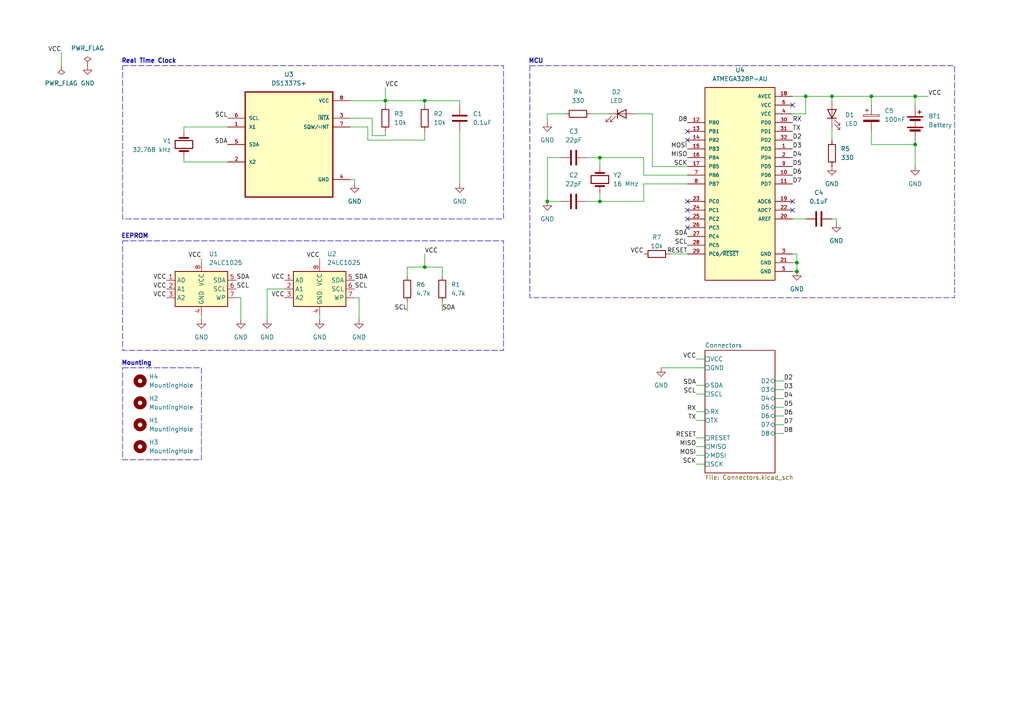
<source format=kicad_sch>
(kicad_sch (version 20250114) (generator "eeschema") (generator_version "9.0")
  (paper "A4")
  (title_block (title "${project_name}") (date "2025-03-10") (rev "1") (company "Krzysztof Tomicki"))
  (lib_symbols
    (symbol "ATMEGA328P-AU:ATMEGA328P-AU" (pin_names (offset 1.016))
      (property "Reference" "U4" (at 0 33.02 0))
      (property "Value" "ATMEGA328P-AU" (at 0 30.48 0))
      (symbol "ATMEGA328P-AU_0_0"
        (rectangle (start -10.16 -27.94) (end 10.16 27.94) (stroke (width 0.254)) (fill (type background)))
        (pin bidirectional line (at -15.24 17.78 0) (length 5.08) (name "PB0") (number "12"))
        (pin bidirectional line (at -15.24 15.24 0) (length 5.08) (name "PB1") (number "13"))
        (pin bidirectional line (at -15.24 12.7 0) (length 5.08) (name "PB2") (number "14"))
        (pin bidirectional line (at -15.24 10.16 0) (length 5.08) (name "PB3") (number "15"))
        (pin bidirectional line (at -15.24 7.62 0) (length 5.08) (name "PB4") (number "16"))
        (pin bidirectional line (at -15.24 5.08 0) (length 5.08) (name "PB5") (number "17"))
        (pin bidirectional line (at -15.24 2.54 0) (length 5.08) (name "PB6") (number "7"))
        (pin bidirectional line (at -15.24 0 0) (length 5.08) (name "PB7") (number "8"))
        (pin bidirectional line (at -15.24 -5.08 0) (length 5.08) (name "PC0") (number "23"))
        (pin bidirectional line (at -15.24 -7.62 0) (length 5.08) (name "PC1") (number "24"))
        (pin bidirectional line (at -15.24 -10.16 0) (length 5.08) (name "PC2") (number "25"))
        (pin bidirectional line (at -15.24 -12.7 0) (length 5.08) (name "PC3") (number "26"))
        (pin bidirectional line (at -15.24 -15.24 0) (length 5.08) (name "PC4") (number "27"))
        (pin bidirectional line (at -15.24 -17.78 0) (length 5.08) (name "PC5") (number "28"))
        (pin bidirectional line (at -15.24 -20.32 0) (length 5.08) (name "PC6/~{RESET}") (number "29"))
        (pin power_in line (at 15.24 25.4 180) (length 5.08) (name "AVCC") (number "18"))
        (pin power_in line (at 15.24 22.86 180) (length 5.08) (name "VCC") (number "6"))
        (pin power_in line (at 15.24 20.32 180) (length 5.08) (name "VCC") (number "4"))
        (pin bidirectional line (at 15.24 17.78 180) (length 5.08) (name "PD0") (number "30"))
        (pin bidirectional line (at 15.24 15.24 180) (length 5.08) (name "PD1") (number "31"))
        (pin bidirectional line (at 15.24 12.7 180) (length 5.08) (name "PD2") (number "32"))
        (pin bidirectional line (at 15.24 10.16 180) (length 5.08) (name "PD3") (number "1"))
        (pin bidirectional line (at 15.24 7.62 180) (length 5.08) (name "PD4") (number "2"))
        (pin bidirectional line (at 15.24 5.08 180) (length 5.08) (name "PD5") (number "9"))
        (pin bidirectional line (at 15.24 2.54 180) (length 5.08) (name "PD6") (number "10"))
        (pin bidirectional line (at 15.24 0 180) (length 5.08) (name "PD7") (number "11"))
        (pin bidirectional line (at 15.24 -5.08 180) (length 5.08) (name "ADC6") (number "19"))
        (pin bidirectional line (at 15.24 -7.62 180) (length 5.08) (name "ADC7") (number "22"))
        (pin input line (at 15.24 -10.16 180) (length 5.08) (name "AREF") (number "20"))
        (pin power_in line (at 15.24 -20.32 180) (length 5.08) (name "GND") (number "3"))
        (pin power_in line (at 15.24 -22.86 180) (length 5.08) (name "GND") (number "21"))
        (pin power_in line (at 15.24 -25.4 180) (length 5.08) (name "GND") (number "5"))
      )
    )
    (symbol "DS1337S_:DS1337S_" (pin_names (offset 1.016))
      (property "Reference" "U" (at -12.7 16.24 0))
      (property "Value" "DS1337S_" (at -12.7 -19.24 0))
      (symbol "DS1337S__0_0"
        (rectangle (start -12.7 -15.24) (end 12.7 15.24) (stroke (width 0.41)) (fill (type background)))
        (pin input line (at -17.78 7.62 0) (length 5.08) (name "SCL") (number "6"))
        (pin input line (at -17.78 5.08 0) (length 5.08) (name "X1") (number "1"))
        (pin bidirectional line (at -17.78 0 0) (length 5.08) (name "SDA") (number "5"))
        (pin bidirectional line (at -17.78 -5.08 0) (length 5.08) (name "X2") (number "2"))
        (pin power_in line (at 17.78 12.7 180) (length 5.08) (name "VCC") (number "8"))
        (pin output line (at 17.78 7.62 180) (length 5.08) (name "~{INTA}") (number "3"))
        (pin output line (at 17.78 5.08 180) (length 5.08) (name "SQW/~INT") (number "7"))
        (pin power_in line (at 17.78 -10.16 180) (length 5.08) (name "GND") (number "4"))
      )
    )
    (symbol "Device:Battery" (pin_numbers (hide yes)) (pin_names (offset 0) (hide yes))
      (property "Reference" "BT" (at 2.54 2.54 0))
      (property "Value" "Battery" (at 2.54 0 0))
      (symbol "Battery_0_1"
        (rectangle (start -2.286 1.778) (end 2.286 1.524) (fill (type outline)))
        (rectangle (start -2.286 -1.27) (end 2.286 -1.524) (fill (type outline)))
        (rectangle (start -1.524 1.016) (end 1.524 0.508) (fill (type outline)))
        (rectangle (start -1.524 -2.032) (end 1.524 -2.54) (fill (type outline)))
        (polyline (pts (xy 0 1.778) (xy 0 2.54)))
        (polyline (pts (xy 0 0) (xy 0 0.254)))
        (polyline (pts (xy 0 -0.508) (xy 0 -0.254)))
        (polyline (pts (xy 0 -1.016) (xy 0 -0.762)))
        (polyline (pts (xy 0.762 3.048) (xy 1.778 3.048)) (stroke (width 0.254)))
        (polyline (pts (xy 1.27 3.556) (xy 1.27 2.54)) (stroke (width 0.254)))
      )
      (symbol "Battery_1_1"
        (pin passive line (at 0 5.08 270) (length 2.54) (name "+") (number "1"))
        (pin passive line (at 0 -5.08 90) (length 2.54) (name "-") (number "2"))
      )
    )
    (symbol "Device:C" (pin_numbers (hide yes)) (pin_names (offset 0.254))
      (property "Reference" "C" (at 0.635 2.54 0))
      (property "Value" "C" (at 0.635 -2.54 0))
      (symbol "C_0_1"
        (polyline (pts (xy -2.032 0.762) (xy 2.032 0.762)) (stroke (width 0.508)))
        (polyline (pts (xy -2.032 -0.762) (xy 2.032 -0.762)) (stroke (width 0.508)))
      )
      (symbol "C_1_1"
        (pin passive line (at 0 3.81 270) (length 2.794) (name "~") (number "1"))
        (pin passive line (at 0 -3.81 90) (length 2.794) (name "~") (number "2"))
      )
    )
    (symbol "Device:C_Polarized" (pin_numbers (hide yes)) (pin_names (offset 0.254))
      (property "Reference" "C" (at 0.635 2.54 0))
      (property "Value" "C_Polarized" (at 0.635 -2.54 0))
      (symbol "C_Polarized_0_1"
        (rectangle (start -2.286 0.508) (end 2.286 1.016))
        (polyline (pts (xy -1.778 2.286) (xy -0.762 2.286)))
        (polyline (pts (xy -1.27 2.794) (xy -1.27 1.778)))
        (rectangle (start 2.286 -0.508) (end -2.286 -1.016) (fill (type outline)))
      )
      (symbol "C_Polarized_1_1"
        (pin passive line (at 0 3.81 270) (length 2.794) (name "~") (number "1"))
        (pin passive line (at 0 -3.81 90) (length 2.794) (name "~") (number "2"))
      )
    )
    (symbol "Device:Crystal" (pin_numbers (hide yes)) (pin_names (offset 1.016) (hide yes))
      (property "Reference" "Y" (at 0 3.81 0))
      (property "Value" "Crystal" (at 0 -3.81 0))
      (symbol "Crystal_0_1"
        (polyline (pts (xy -2.54 0) (xy -1.905 0)))
        (polyline (pts (xy -1.905 -1.27) (xy -1.905 1.27)) (stroke (width 0.508)))
        (rectangle (start -1.143 2.54) (end 1.143 -2.54) (stroke (width 0.3048)))
        (polyline (pts (xy 1.905 -1.27) (xy 1.905 1.27)) (stroke (width 0.508)))
        (polyline (pts (xy 2.54 0) (xy 1.905 0)))
      )
      (symbol "Crystal_1_1"
        (pin passive line (at -3.81 0 0) (length 1.27) (name "1") (number "1"))
        (pin passive line (at 3.81 0 180) (length 1.27) (name "2") (number "2"))
      )
    )
    (symbol "Device:LED" (pin_numbers (hide yes)) (pin_names (offset 1.016) (hide yes))
      (property "Reference" "D" (at 0 2.54 0))
      (property "Value" "LED" (at 0 -2.54 0))
      (symbol "LED_0_1"
        (polyline (pts (xy -3.048 -0.762) (xy -4.572 -2.286) (xy -3.81 -2.286) (xy -4.572 -2.286) (xy -4.572 -1.524)))
        (polyline (pts (xy -1.778 -0.762) (xy -3.302 -2.286) (xy -2.54 -2.286) (xy -3.302 -2.286) (xy -3.302 -1.524)))
        (polyline (pts (xy -1.27 0) (xy 1.27 0)))
        (polyline (pts (xy -1.27 -1.27) (xy -1.27 1.27)) (stroke (width 0.254)))
        (polyline (pts (xy 1.27 -1.27) (xy 1.27 1.27) (xy -1.27 0) (xy 1.27 -1.27)) (stroke (width 0.254)))
      )
      (symbol "LED_1_1"
        (pin passive line (at -3.81 0 0) (length 2.54) (name "K") (number "1"))
        (pin passive line (at 3.81 0 180) (length 2.54) (name "A") (number "2"))
      )
    )
    (symbol "Device:R" (pin_numbers (hide yes)) (pin_names (offset 0))
      (property "Reference" "R" (at 2.032 0 90))
      (property "Value" "R" (at 0 0 90))
      (symbol "R_0_1"
        (rectangle (start -1.016 -2.54) (end 1.016 2.54) (stroke (width 0.254)))
      )
      (symbol "R_1_1"
        (pin passive line (at 0 3.81 270) (length 1.27) (name "~") (number "1"))
        (pin passive line (at 0 -3.81 90) (length 1.27) (name "~") (number "2"))
      )
    )
    (symbol "Mechanical:MountingHole" (pin_names (offset 1.016)) (exclude_from_sim yes) (in_bom no)
      (property "Reference" "H" (at 0 5.08 0))
      (property "Value" "MountingHole" (at 0 3.175 0))
      (symbol "MountingHole_0_1"
        (circle (center 0 0) (radius 1.27) (stroke (width 1.27)))
      )
    )
    (symbol "Memory_EEPROM:24LC1025"
      (property "Reference" "U" (at -6.35 6.35 0))
      (property "Value" "24LC1025" (at 1.27 6.35 0))
      (symbol "24LC1025_1_1"
        (rectangle (start -7.62 5.08) (end 7.62 -5.08) (stroke (width 0.254)) (fill (type background)))
        (pin input line (at -10.16 2.54 0) (length 2.54) (name "A0") (number "1"))
        (pin input line (at -10.16 0 0) (length 2.54) (name "A1") (number "2"))
        (pin input line (at -10.16 -2.54 0) (length 2.54) (name "A2") (number "3"))
        (pin power_in line (at 0 7.62 270) (length 2.54) (name "VCC") (number "8"))
        (pin power_in line (at 0 -7.62 90) (length 2.54) (name "GND") (number "4"))
        (pin bidirectional line (at 10.16 2.54 180) (length 2.54) (name "SDA") (number "5"))
        (pin input line (at 10.16 0 180) (length 2.54) (name "SCL") (number "6"))
        (pin input line (at 10.16 -2.54 180) (length 2.54) (name "WP") (number "7"))
      )
    )
    (symbol "power:GND" (power) (pin_numbers (hide yes)) (pin_names (offset 0) (hide yes))
      (property "Value" "GND" (at 0 -3.81 0))
      (symbol "GND_0_1"
        (polyline (pts (xy 0 0) (xy 0 -1.27) (xy 1.27 -1.27) (xy 0 -2.54) (xy -1.27 -1.27) (xy 0 -1.27)))
      )
      (symbol "GND_1_1"
        (pin power_in line (at 0 0 270) (length 0) (name "~") (number "1"))
      )
    )
    (symbol "power:PWR_FLAG" (power) (pin_numbers (hide yes)) (pin_names (offset 0) (hide yes))
      (property "Value" "PWR_FLAG" (at 0 3.81 0))
      (symbol "PWR_FLAG_0_0"
        (pin power_out line (at 0 0 90) (length 0) (name "~") (number "1"))
      )
      (symbol "PWR_FLAG_0_1"
        (polyline (pts (xy 0 0) (xy 0 1.27) (xy -1.016 1.905) (xy 0 2.54) (xy 1.016 1.905) (xy 0 1.27)))
      )
    )
  )
  (rectangle (start 35.56 106.68) (end 58.42 133.35) (stroke (width 0) (type dash)))
  (rectangle (start 35.56 69.85) (end 146.05 101.6) (stroke (width 0) (type dash)))
  (rectangle (start 153.67 19.05) (end 276.86 86.36) (stroke (width 0) (type dash)))
  (rectangle (start 35.56 19.05) (end 146.05 63.5) (stroke (width 0) (type dash)))
  (text "Real Time Clock" (at 43.18 17.78 0) (effects (font (size 1.27 1.27) (thickness 0.254) (bold yes))))
  (text "EEPROM" (at 39.116 68.58 0) (effects (font (size 1.27 1.27) (thickness 0.254) (bold yes))))
  (text "MCU" (at 155.448 17.78 0) (effects (font (size 1.27 1.27) (thickness 0.254) (bold yes))))
  (text "Mounting" (at 39.624 105.41 0) (effects (font (size 1.27 1.27) (thickness 0.254) (bold yes))))
  (junction (at 111.76 29.21))
  (junction (at 123.19 77.47))
  (junction (at 173.99 58.42))
  (junction (at 252.73 27.94))
  (junction (at 241.3 27.94))
  (junction (at 173.99 45.72))
  (junction (at 158.75 58.42))
  (junction (at 265.43 27.94))
  (junction (at 265.43 41.91))
  (junction (at 123.19 29.21))
  (junction (at 231.14 78.74))
  (junction (at 233.68 27.94))
  (junction (at 231.14 76.2))
  (no_connect (at 199.39 66.04))
  (no_connect (at 199.39 38.1))
  (no_connect (at 199.39 40.64))
  (no_connect (at 199.39 63.5))
  (no_connect (at 229.87 30.48))
  (no_connect (at 199.39 60.96))
  (no_connect (at 229.87 60.96))
  (no_connect (at 199.39 58.42))
  (no_connect (at 229.87 58.42))
  (wire (pts (xy 201.93 104.14) (xy 204.47 104.14)))
  (wire (pts (xy 128.27 77.47) (xy 128.27 80.01)))
  (wire (pts (xy 201.93 119.38) (xy 204.47 119.38)))
  (wire (pts (xy 229.87 63.5) (xy 233.68 63.5)))
  (wire (pts (xy 92.71 92.71) (xy 92.71 91.44)))
  (wire (pts (xy 265.43 41.91) (xy 265.43 40.64)))
  (wire (pts (xy 133.35 53.34) (xy 133.35 38.1)))
  (wire (pts (xy 111.76 38.1) (xy 111.76 39.37)))
  (wire (pts (xy 227.33 123.19) (xy 224.79 123.19)))
  (wire (pts (xy 106.68 40.64) (xy 106.68 36.83)))
  (wire (pts (xy 199.39 50.8) (xy 186.69 50.8)))
  (wire (pts (xy 128.27 90.17) (xy 128.27 87.63)))
  (wire (pts (xy 102.87 52.07) (xy 102.87 53.34)))
  (wire (pts (xy 242.57 63.5) (xy 242.57 64.77)))
  (wire (pts (xy 111.76 29.21) (xy 111.76 30.48)))
  (wire (pts (xy 123.19 29.21) (xy 133.35 29.21)))
  (wire (pts (xy 201.93 134.62) (xy 204.47 134.62)))
  (wire (pts (xy 106.68 36.83) (xy 101.6 36.83)))
  (wire (pts (xy 68.58 86.36) (xy 69.85 86.36)))
  (wire (pts (xy 58.42 74.93) (xy 58.42 76.2)))
  (wire (pts (xy 229.87 73.66) (xy 231.14 73.66)))
  (wire (pts (xy 201.93 114.3) (xy 204.47 114.3)))
  (wire (pts (xy 186.69 50.8) (xy 186.69 45.72)))
  (wire (pts (xy 111.76 25.4) (xy 111.76 29.21)))
  (wire (pts (xy 229.87 33.02) (xy 233.68 33.02)))
  (wire (pts (xy 162.56 45.72) (xy 158.75 45.72)))
  (wire (pts (xy 227.33 110.49) (xy 224.79 110.49)))
  (wire (pts (xy 227.33 118.11) (xy 224.79 118.11)))
  (wire (pts (xy 66.04 36.83) (xy 53.34 36.83)))
  (wire (pts (xy 163.83 33.02) (xy 158.75 33.02)))
  (wire (pts (xy 231.14 73.66) (xy 231.14 76.2)))
  (wire (pts (xy 252.73 38.1) (xy 252.73 41.91)))
  (wire (pts (xy 227.33 113.03) (xy 224.79 113.03)))
  (wire (pts (xy 233.68 33.02) (xy 233.68 27.94)))
  (wire (pts (xy 77.47 83.82) (xy 82.55 83.82)))
  (wire (pts (xy 53.34 46.99) (xy 66.04 46.99)))
  (wire (pts (xy 111.76 29.21) (xy 123.19 29.21)))
  (wire (pts (xy 173.99 45.72) (xy 173.99 48.26)))
  (wire (pts (xy 269.24 27.94) (xy 265.43 27.94)))
  (wire (pts (xy 111.76 39.37) (xy 107.95 39.37)))
  (wire (pts (xy 53.34 45.72) (xy 53.34 46.99)))
  (wire (pts (xy 241.3 63.5) (xy 242.57 63.5)))
  (wire (pts (xy 252.73 27.94) (xy 252.73 30.48)))
  (wire (pts (xy 101.6 29.21) (xy 111.76 29.21)))
  (wire (pts (xy 229.87 76.2) (xy 231.14 76.2)))
  (wire (pts (xy 194.31 73.66) (xy 199.39 73.66)))
  (wire (pts (xy 201.93 121.92) (xy 204.47 121.92)))
  (wire (pts (xy 229.87 27.94) (xy 233.68 27.94)))
  (wire (pts (xy 53.34 36.83) (xy 53.34 38.1)))
  (wire (pts (xy 123.19 29.21) (xy 123.19 30.48)))
  (wire (pts (xy 201.93 111.76) (xy 204.47 111.76)))
  (wire (pts (xy 107.95 39.37) (xy 107.95 34.29)))
  (wire (pts (xy 252.73 41.91) (xy 265.43 41.91)))
  (wire (pts (xy 77.47 92.71) (xy 77.47 83.82)))
  (wire (pts (xy 189.23 33.02) (xy 184.15 33.02)))
  (wire (pts (xy 191.77 106.68) (xy 204.47 106.68)))
  (wire (pts (xy 227.33 120.65) (xy 224.79 120.65)))
  (wire (pts (xy 173.99 58.42) (xy 173.99 55.88)))
  (wire (pts (xy 17.78 15.24) (xy 17.78 19.05)))
  (wire (pts (xy 92.71 74.93) (xy 92.71 76.2)))
  (wire (pts (xy 171.45 33.02) (xy 176.53 33.02)))
  (wire (pts (xy 227.33 115.57) (xy 224.79 115.57)))
  (wire (pts (xy 189.23 48.26) (xy 199.39 48.26)))
  (wire (pts (xy 201.93 129.54) (xy 204.47 129.54)))
  (wire (pts (xy 227.33 125.73) (xy 224.79 125.73)))
  (wire (pts (xy 118.11 77.47) (xy 123.19 77.47)))
  (wire (pts (xy 101.6 52.07) (xy 102.87 52.07)))
  (wire (pts (xy 123.19 73.66) (xy 123.19 77.47)))
  (wire (pts (xy 201.93 127) (xy 204.47 127)))
  (wire (pts (xy 158.75 58.42) (xy 162.56 58.42)))
  (wire (pts (xy 265.43 27.94) (xy 265.43 30.48)))
  (wire (pts (xy 104.14 92.71) (xy 104.14 86.36)))
  (wire (pts (xy 186.69 58.42) (xy 186.69 53.34)))
  (wire (pts (xy 229.87 78.74) (xy 231.14 78.74)))
  (wire (pts (xy 158.75 45.72) (xy 158.75 58.42)))
  (wire (pts (xy 233.68 27.94) (xy 241.3 27.94)))
  (wire (pts (xy 241.3 27.94) (xy 252.73 27.94)))
  (wire (pts (xy 231.14 76.2) (xy 231.14 78.74)))
  (wire (pts (xy 170.18 45.72) (xy 173.99 45.72)))
  (wire (pts (xy 123.19 40.64) (xy 106.68 40.64)))
  (wire (pts (xy 69.85 86.36) (xy 69.85 92.71)))
  (wire (pts (xy 189.23 33.02) (xy 189.23 48.26)))
  (wire (pts (xy 123.19 38.1) (xy 123.19 40.64)))
  (wire (pts (xy 107.95 34.29) (xy 101.6 34.29)))
  (wire (pts (xy 170.18 58.42) (xy 173.99 58.42)))
  (wire (pts (xy 158.75 33.02) (xy 158.75 35.56)))
  (wire (pts (xy 186.69 45.72) (xy 173.99 45.72)))
  (wire (pts (xy 133.35 29.21) (xy 133.35 30.48)))
  (wire (pts (xy 241.3 36.83) (xy 241.3 40.64)))
  (wire (pts (xy 201.93 132.08) (xy 204.47 132.08)))
  (wire (pts (xy 265.43 41.91) (xy 265.43 48.26)))
  (wire (pts (xy 173.99 58.42) (xy 186.69 58.42)))
  (wire (pts (xy 58.42 92.71) (xy 58.42 91.44)))
  (wire (pts (xy 118.11 90.17) (xy 118.11 87.63)))
  (wire (pts (xy 123.19 77.47) (xy 128.27 77.47)))
  (wire (pts (xy 104.14 86.36) (xy 102.87 86.36)))
  (wire (pts (xy 186.69 53.34) (xy 199.39 53.34)))
  (wire (pts (xy 241.3 27.94) (xy 241.3 29.21)))
  (wire (pts (xy 252.73 27.94) (xy 265.43 27.94)))
  (wire (pts (xy 118.11 80.01) (xy 118.11 77.47)))
  (label "SCK" (at 201.93 134.62 180))
  (label "TX" (at 229.87 38.1 0))
  (label "D6" (at 229.87 50.8 0))
  (label "VCC" (at 48.26 81.28 180))
  (label "D8" (at 199.39 35.56 180))
  (label "D2" (at 229.87 40.64 0))
  (label "RESET" (at 201.93 127 180))
  (label "VCC" (at 186.69 73.66 180))
  (label "D8" (at 227.33 125.73 0))
  (label "SCL" (at 201.93 114.3 180))
  (label "SDA" (at 199.39 68.58 180))
  (label "SDA" (at 102.87 81.28 0))
  (label "RX" (at 229.87 35.56 0))
  (label "SDA" (at 66.04 41.91 180))
  (label "VCC" (at 269.24 27.94 0))
  (label "SCL" (at 118.11 90.17 180))
  (label "D4" (at 229.87 45.72 0))
  (label "D5" (at 229.87 48.26 0))
  (label "VCC" (at 111.76 25.4 0))
  (label "RX" (at 201.93 119.38 180))
  (label "SCL" (at 199.39 71.12 180))
  (label "VCC" (at 201.93 104.14 180))
  (label "SDA" (at 128.27 90.17 0))
  (label "VCC" (at 123.19 73.66 0))
  (label "RESET" (at 199.39 73.66 180))
  (label "SCL" (at 66.04 34.29 180))
  (label "MOSI" (at 199.39 43.18 180))
  (label "MISO" (at 199.39 45.72 180))
  (label "VCC" (at 48.26 86.36 180))
  (label "VCC" (at 48.26 83.82 180))
  (label "VCC" (at 58.42 74.93 180))
  (label "D7" (at 227.33 123.19 0))
  (label "SDA" (at 201.93 111.76 180))
  (label "VCC" (at 17.78 15.24 180))
  (label "VCC" (at 82.55 86.36 180))
  (label "D4" (at 227.33 115.57 0))
  (label "D3" (at 229.87 43.18 0))
  (label "D7" (at 229.87 53.34 0))
  (label "D2" (at 227.33 110.49 0))
  (label "MISO" (at 201.93 129.54 180))
  (label "SCL" (at 68.58 83.82 0))
  (label "VCC" (at 92.71 74.93 180))
  (label "TX" (at 201.93 121.92 180))
  (label "SDA" (at 68.58 81.28 0))
  (label "SCL" (at 102.87 83.82 0))
  (label "D6" (at 227.33 120.65 0))
  (label "VCC" (at 82.55 81.28 180))
  (label "SCK" (at 199.39 48.26 180))
  (label "D3" (at 227.33 113.03 0))
  (label "D5" (at 227.33 118.11 0))
  (label "MOSI" (at 201.93 132.08 180))
  (symbol (lib_id "Device:R") (at 190.5 73.66 270) (unit 1)
    (property "Reference" "R7" (at 190.5 68.834 90))
    (property "Value" "10k" (at 190.5 71.374 90))
    (property "Footprint" "Resistor_SMD:R_0805_2012Metric_Pad1.20x1.40mm_HandSolder" (effects (hide yes)))
    (property "Description" "Resistor" (effects (hide yes)))
  )
  (symbol (lib_id "Device:R") (at 111.76 34.29 0) (unit 1)
    (property "Reference" "R3" (at 114.3 33.0199 0) (effects (justify left)))
    (property "Value" "10k" (at 114.3 35.5599 0) (effects (justify left)))
    (property "Footprint" "Resistor_SMD:R_0805_2012Metric_Pad1.20x1.40mm_HandSolder" (effects (hide yes)))
    (property "Description" "Resistor" (effects (hide yes)))
  )
  (symbol (lib_id "power:PWR_FLAG") (at 25.4 19.05 0) (unit 1)
    (property "Reference" "#FLG04" (effects (hide yes)))
    (property "Value" "PWR_FLAG" (at 25.4 13.97 0))
    (property "Description" "Special symbol for telling ERC where power comes from" (effects (hide yes)))
  )
  (symbol (lib_id "DS1337S_:DS1337S_") (at 83.82 41.91 0) (unit 1)
    (property "Reference" "U3" (at 83.82 21.59 0))
    (property "Value" "DS1337S+" (at 83.82 24.13 0))
    (property "Footprint" "Footprints:SOIC127P600X175-8N" (effects (hide yes)))
    (property "MF" "Analog Devices" (effects (hide yes)))
    (property "Description_1" "I²C Serial Real-Time Clock" (effects (hide yes)))
    (property "Package" "SOIC-8 Maxim" (effects (hide yes)))
    (property "Price" "None" (effects (hide yes)))
    (property "SnapEDA_Link" "https://www.snapeda.com/parts/DS1337S+/Analog+Devices/view-part/?ref=snap" (effects (hide yes)))
    (property "MP" "DS1337S+" (effects (hide yes)))
    (property "Availability" "In Stock" (effects (hide yes)))
    (property "Check_prices" "https://www.snapeda.com/parts/DS1337S+/Analog+Devices/view-part/?ref=eda" (effects (hide yes)))
  )
  (symbol (lib_id "Device:R") (at 123.19 34.29 0) (unit 1)
    (property "Reference" "R2" (at 125.73 33.0199 0) (effects (justify left)))
    (property "Value" "10k" (at 125.73 35.5599 0) (effects (justify left)))
    (property "Footprint" "Resistor_SMD:R_0805_2012Metric_Pad1.20x1.40mm_HandSolder" (effects (hide yes)))
    (property "Description" "Resistor" (effects (hide yes)))
  )
  (symbol (lib_id "Device:C") (at 166.37 45.72 90) (unit 1)
    (property "Reference" "C3" (at 166.37 38.1 90))
    (property "Value" "22pF" (at 166.37 40.64 90))
    (property "Footprint" "Capacitor_SMD:C_0805_2012Metric_Pad1.18x1.45mm_HandSolder" (effects (hide yes)))
    (property "Description" "Unpolarized capacitor" (effects (hide yes)))
  )
  (symbol (lib_id "Device:C") (at 166.37 58.42 90) (unit 1)
    (property "Reference" "C2" (at 166.37 50.8 90))
    (property "Value" "22pF" (at 166.37 53.34 90))
    (property "Footprint" "Capacitor_SMD:C_0805_2012Metric_Pad1.18x1.45mm_HandSolder" (effects (hide yes)))
    (property "Description" "Unpolarized capacitor" (effects (hide yes)))
  )
  (symbol (lib_id "power:GND") (at 191.77 106.68 0) (unit 1)
    (property "Reference" "#PWR014" (effects (hide yes)))
    (property "Value" "GND" (at 191.77 111.76 0))
    (property "Description" "Power symbol creates a global label with name \"GND\" , ground" (effects (hide yes)))
  )
  (symbol (lib_id "power:GND") (at 242.57 64.77 0) (unit 1)
    (property "Reference" "#PWR013" (effects (hide yes)))
    (property "Value" "GND" (at 242.57 69.85 0))
    (property "Description" "Power symbol creates a global label with name \"GND\" , ground" (effects (hide yes)))
  )
  (symbol (lib_id "Mechanical:MountingHole") (at 40.64 123.19 0) (unit 1) (exclude_from_sim yes) (in_bom no)
    (property "Reference" "H1" (at 43.18 121.9199 0) (effects (justify left)))
    (property "Value" "MountingHole" (at 43.18 124.4599 0) (effects (justify left)))
    (property "Footprint" "MountingHole:MountingHole_2.2mm_M2" (effects (hide yes)))
    (property "Description" "Mounting Hole without connection" (effects (hide yes)))
  )
  (symbol (lib_id "power:GND") (at 77.47 92.71 0) (unit 1)
    (property "Reference" "#PWR07" (effects (hide yes)))
    (property "Value" "GND" (at 77.47 97.79 0))
    (property "Description" "Power symbol creates a global label with name \"GND\" , ground" (effects (hide yes)))
  )
  (symbol (lib_id "Mechanical:MountingHole") (at 40.64 129.54 0) (unit 1) (exclude_from_sim yes) (in_bom no)
    (property "Reference" "H3" (at 43.18 128.2699 0) (effects (justify left)))
    (property "Value" "MountingHole" (at 43.18 130.8099 0) (effects (justify left)))
    (property "Footprint" "MountingHole:MountingHole_2.2mm_M2" (effects (hide yes)))
    (property "Description" "Mounting Hole without connection" (effects (hide yes)))
  )
  (symbol (lib_id "power:GND") (at 102.87 53.34 0) (unit 1)
    (property "Reference" "#PWR01" (effects (hide yes)))
    (property "Value" "GND" (at 102.87 58.42 0))
    (property "Description" "Power symbol creates a global label with name \"GND\" , ground" (effects (hide yes)))
  )
  (symbol (lib_id "Device:Crystal") (at 173.99 52.07 90) (unit 1)
    (property "Reference" "Y2" (at 177.8 50.7999 90) (effects (justify right)))
    (property "Value" "16 MHz" (at 177.8 53.3399 90) (effects (justify right)))
    (property "Footprint" "Crystal:Crystal_SMD_5032-2Pin_5.0x3.2mm_HandSoldering" (effects (hide yes)))
    (property "Description" "Two pin crystal" (effects (hide yes)))
  )
  (symbol (lib_id "power:GND") (at 158.75 58.42 0) (unit 1)
    (property "Reference" "#PWR011" (effects (hide yes)))
    (property "Value" "GND" (at 158.75 63.5 0))
    (property "Description" "Power symbol creates a global label with name \"GND\" , ground" (effects (hide yes)))
  )
  (symbol (lib_id "Device:R") (at 118.11 83.82 0) (unit 1)
    (property "Reference" "R6" (at 120.65 82.5499 0) (effects (justify left)))
    (property "Value" "4.7k" (at 120.65 85.0899 0) (effects (justify left)))
    (property "Footprint" "Resistor_SMD:R_0805_2012Metric_Pad1.20x1.40mm_HandSolder" (effects (hide yes)))
    (property "Description" "Resistor" (effects (hide yes)))
  )
  (symbol (lib_id "Device:LED") (at 241.3 33.02 90) (unit 1)
    (property "Reference" "D1" (at 245.11 33.3374 90) (effects (justify right)))
    (property "Value" "LED" (at 245.11 35.8774 90) (effects (justify right)))
    (property "Footprint" "LED_SMD:LED_0805_2012Metric_Pad1.15x1.40mm_HandSolder" (effects (hide yes)))
    (property "Description" "Light emitting diode" (effects (hide yes)))
    (property "Sim.Pins" "1=K 2=A" (effects (hide yes)))
  )
  (symbol (lib_id "power:GND") (at 133.35 53.34 0) (unit 1)
    (property "Reference" "#PWR02" (effects (hide yes)))
    (property "Value" "GND" (at 133.35 58.42 0))
    (property "Description" "Power symbol creates a global label with name \"GND\" , ground" (effects (hide yes)))
  )
  (symbol (lib_id "Memory_EEPROM:24LC1025") (at 58.42 83.82 0) (unit 1)
    (property "Reference" "U1" (at 60.5633 73.66 0) (effects (justify left)))
    (property "Value" "24LC1025" (at 60.5633 76.2 0) (effects (justify left)))
    (property "Footprint" "Package_SO:SOIC-8_5.3x5.3mm_P1.27mm" (effects (hide yes)))
    (property "Datasheet" "http://ww1.microchip.com/downloads/en/DeviceDoc/21941B.pdf" (effects (hide yes)))
    (property "Description" "I2C Serial EEPROM, 1024Kb, DIP-8/SOIC-8/TSSOP-8/DFN-8" (effects (hide yes)))
  )
  (symbol (lib_id "power:GND") (at 104.14 92.71 0) (unit 1)
    (property "Reference" "#PWR06" (effects (hide yes)))
    (property "Value" "GND" (at 104.14 97.79 0))
    (property "Description" "Power symbol creates a global label with name \"GND\" , ground" (effects (hide yes)))
  )
  (symbol (lib_id "power:GND") (at 241.3 48.26 0) (unit 1)
    (property "Reference" "#PWR09" (effects (hide yes)))
    (property "Value" "GND" (at 241.3 53.34 0))
    (property "Description" "Power symbol creates a global label with name \"GND\" , ground" (effects (hide yes)))
  )
  (symbol (lib_id "ATMEGA328P-AU:ATMEGA328P-AU") (at 214.63 53.34 0) (unit 1)
    (property "Reference" "U4" (at 214.63 20.32 0))
    (property "Value" "ATMEGA328P-AU" (at 214.63 22.86 0))
    (property "Footprint" "Footprints:QFP80P900X900X120-32N" (effects (hide yes)))
    (property "MF" "MICROCHIP TECH." (effects (hide yes)))
    (property "MAXIMUM_PACKAGE_HEIGHT" "1.20mm" (effects (hide yes)))
    (property "Package" "TQFP-32 Microchip" (effects (hide yes)))
    (property "Price" "None" (effects (hide yes)))
    (property "Check_prices" "https://www.snapeda.com/parts/ATMEGA328P-AU/Microchip/view-part/?ref=eda" (effects (hide yes)))
    (property "STANDARD" "IPC-7351B" (effects (hide yes)))
    (property "PARTREV" "8271A" (effects (hide yes)))
    (property "SnapEDA_Link" "https://www.snapeda.com/parts/ATMEGA328P-AU/Microchip/view-part/?ref=snap" (effects (hide yes)))
    (property "MP" "ATMEGA328P-AU" (effects (hide yes)))
    (property "Description_1" "MCU 8-bit - AVR ATmega Family ATmega328 Series Microcontrollers - 20 MHz - 32 KB - 2 KB - 32 Pins." (effects (hide yes)))
    (property "Availability" "In Stock" (effects (hide yes)))
    (property "MANUFACTURER" "Microchip" (effects (hide yes)))
  )
  (symbol (lib_id "Device:C") (at 133.35 34.29 0) (unit 1)
    (property "Reference" "C1" (at 137.16 33.0199 0) (effects (justify left)))
    (property "Value" "0.1uF" (at 137.16 35.5599 0) (effects (justify left)))
    (property "Footprint" "Capacitor_SMD:C_0805_2012Metric_Pad1.18x1.45mm_HandSolder" (effects (hide yes)))
    (property "Description" "Unpolarized capacitor" (effects (hide yes)))
  )
  (symbol (lib_id "Device:C_Polarized") (at 252.73 34.29 0) (unit 1)
    (property "Reference" "C5" (at 256.54 32.1309 0) (effects (justify left)))
    (property "Value" "100nF" (at 256.54 34.6709 0) (effects (justify left)))
    (property "Footprint" "Capacitor_SMD:C_0805_2012Metric_Pad1.18x1.45mm_HandSolder" (effects (hide yes)))
    (property "Description" "Polarized capacitor" (effects (hide yes)))
  )
  (symbol (lib_id "Device:C") (at 237.49 63.5 90) (unit 1)
    (property "Reference" "C4" (at 237.49 55.88 90))
    (property "Value" "0.1uF" (at 237.49 58.42 90))
    (property "Footprint" "Capacitor_SMD:C_0805_2012Metric_Pad1.18x1.45mm_HandSolder" (effects (hide yes)))
    (property "Description" "Unpolarized capacitor" (effects (hide yes)))
  )
  (symbol (lib_id "Device:Crystal") (at 53.34 41.91 90) (unit 1)
    (property "Reference" "Y1" (at 47.244 40.894 90) (effects (justify right)))
    (property "Value" "32.768 kHz" (at 38.354 43.434 90) (effects (justify right)))
    (property "Footprint" "Crystal:Crystal_SMD_3215-2Pin_3.2x1.5mm" (effects (hide yes)))
    (property "Description" "Two pin crystal" (effects (hide yes)))
  )
  (symbol (lib_id "power:GND") (at 231.14 78.74 0) (unit 1)
    (property "Reference" "#PWR08" (effects (hide yes)))
    (property "Value" "GND" (at 231.14 83.82 0))
    (property "Description" "Power symbol creates a global label with name \"GND\" , ground" (effects (hide yes)))
  )
  (symbol (lib_id "power:PWR_FLAG") (at 17.78 19.05 180) (unit 1)
    (property "Reference" "#FLG03" (effects (hide yes)))
    (property "Value" "PWR_FLAG" (at 17.78 24.13 0))
    (property "Description" "Special symbol for telling ERC where power comes from" (effects (hide yes)))
  )
  (symbol (lib_id "Device:Battery") (at 265.43 35.56 0) (unit 1)
    (property "Reference" "BT1" (at 269.24 33.7184 0) (effects (justify left)))
    (property "Value" "Battery" (at 269.24 36.2584 0) (effects (justify left)))
    (property "Footprint" "Connector_PinHeader_2.54mm:PinHeader_1x02_P2.54mm_Vertical" (effects (hide yes)))
    (property "Description" "Multiple-cell battery" (effects (hide yes)))
  )
  (symbol (lib_id "Memory_EEPROM:24LC1025") (at 92.71 83.82 0) (unit 1)
    (property "Reference" "U2" (at 94.8533 73.66 0) (effects (justify left)))
    (property "Value" "24LC1025" (at 94.8533 76.2 0) (effects (justify left)))
    (property "Footprint" "Package_SO:SOIC-8_5.3x5.3mm_P1.27mm" (effects (hide yes)))
    (property "Datasheet" "http://ww1.microchip.com/downloads/en/DeviceDoc/21941B.pdf" (effects (hide yes)))
    (property "Description" "I2C Serial EEPROM, 1024Kb, DIP-8/SOIC-8/TSSOP-8/DFN-8" (effects (hide yes)))
  )
  (symbol (lib_id "Device:R") (at 128.27 83.82 0) (unit 1)
    (property "Reference" "R1" (at 130.81 82.5499 0) (effects (justify left)))
    (property "Value" "4.7k" (at 130.81 85.0899 0) (effects (justify left)))
    (property "Footprint" "Resistor_SMD:R_0805_2012Metric_Pad1.20x1.40mm_HandSolder" (effects (hide yes)))
    (property "Description" "Resistor" (effects (hide yes)))
  )
  (symbol (lib_id "power:GND") (at 92.71 92.71 0) (unit 1)
    (property "Reference" "#PWR04" (effects (hide yes)))
    (property "Value" "GND" (at 92.71 97.79 0))
    (property "Description" "Power symbol creates a global label with name \"GND\" , ground" (effects (hide yes)))
  )
  (symbol (lib_id "power:GND") (at 69.85 92.71 0) (unit 1)
    (property "Reference" "#PWR05" (effects (hide yes)))
    (property "Value" "GND" (at 69.85 97.79 0))
    (property "Description" "Power symbol creates a global label with name \"GND\" , ground" (effects (hide yes)))
  )
  (symbol (lib_id "Device:LED") (at 180.34 33.02 0) (unit 1)
    (property "Reference" "D2" (at 178.7525 26.67 0))
    (property "Value" "LED" (at 178.7525 29.21 0))
    (property "Footprint" "LED_SMD:LED_0805_2012Metric_Pad1.15x1.40mm_HandSolder" (effects (hide yes)))
    (property "Description" "Light emitting diode" (effects (hide yes)))
    (property "Sim.Pins" "1=K 2=A" (effects (hide yes)))
  )
  (symbol (lib_id "power:GND") (at 158.75 35.56 0) (unit 1)
    (property "Reference" "#PWR012" (effects (hide yes)))
    (property "Value" "GND" (at 158.75 40.64 0))
    (property "Description" "Power symbol creates a global label with name \"GND\" , ground" (effects (hide yes)))
  )
  (symbol (lib_id "Device:R") (at 167.64 33.02 90) (unit 1)
    (property "Reference" "R4" (at 167.64 26.67 90))
    (property "Value" "330" (at 167.64 29.21 90))
    (property "Footprint" "Resistor_SMD:R_0805_2012Metric_Pad1.20x1.40mm_HandSolder" (effects (hide yes)))
    (property "Description" "Resistor" (effects (hide yes)))
  )
  (symbol (lib_id "power:GND") (at 58.42 92.71 0) (unit 1)
    (property "Reference" "#PWR03" (effects (hide yes)))
    (property "Value" "GND" (at 58.42 97.79 0))
    (property "Description" "Power symbol creates a global label with name \"GND\" , ground" (effects (hide yes)))
  )
  (symbol (lib_id "Mechanical:MountingHole") (at 40.64 110.49 0) (unit 1) (exclude_from_sim yes) (in_bom no)
    (property "Reference" "H4" (at 43.18 109.2199 0) (effects (justify left)))
    (property "Value" "MountingHole" (at 43.18 111.7599 0) (effects (justify left)))
    (property "Footprint" "MountingHole:MountingHole_2.2mm_M2" (effects (hide yes)))
    (property "Description" "Mounting Hole without connection" (effects (hide yes)))
  )
  (symbol (lib_id "power:GND") (at 265.43 48.26 0) (unit 1)
    (property "Reference" "#PWR010" (effects (hide yes)))
    (property "Value" "GND" (at 265.43 53.34 0))
    (property "Description" "Power symbol creates a global label with name \"GND\" , ground" (effects (hide yes)))
  )
  (symbol (lib_id "power:GND") (at 25.4 19.05 0) (unit 1)
    (property "Reference" "#PWR015" (effects (hide yes)))
    (property "Value" "GND" (at 25.4 24.13 0))
    (property "Description" "Power symbol creates a global label with name \"GND\" , ground" (effects (hide yes)))
  )
  (symbol (lib_id "Mechanical:MountingHole") (at 40.64 116.84 0) (unit 1) (exclude_from_sim yes) (in_bom no)
    (property "Reference" "H2" (at 43.18 115.5699 0) (effects (justify left)))
    (property "Value" "MountingHole" (at 43.18 118.1099 0) (effects (justify left)))
    (property "Footprint" "MountingHole:MountingHole_2.2mm_M2" (effects (hide yes)))
    (property "Description" "Mounting Hole without connection" (effects (hide yes)))
  )
  (symbol (lib_id "Device:R") (at 241.3 44.45 0) (unit 1)
    (property "Reference" "R5" (at 243.84 43.1799 0) (effects (justify left)))
    (property "Value" "330" (at 243.84 45.7199 0) (effects (justify left)))
    (property "Footprint" "Resistor_SMD:R_0805_2012Metric_Pad1.20x1.40mm_HandSolder" (effects (hide yes)))
    (property "Description" "Resistor" (effects (hide yes)))
  )
  (sheet (at 204.47 101.6) (size 20.32 35.56) (stroke (width 0.1524))
    (property "Sheetname" "Connectors" (at 204.47 100.8884 0) (effects (justify left bottom)))
    (property "Sheetfile" "Connectors.kicad_sch" (at 204.47 137.7446 0) (effects (justify left top)))
    (pin "D6" bidirectional (at 224.79 120.65 0))
    (pin "D7" bidirectional (at 224.79 123.19 0))
    (pin "D5" bidirectional (at 224.79 118.11 0))
    (pin "D8" bidirectional (at 224.79 125.73 0))
    (pin "D3" bidirectional (at 224.79 113.03 0))
    (pin "D2" bidirectional (at 224.79 110.49 0))
    (pin "D4" bidirectional (at 224.79 115.57 0))
    (pin "GND" passive (at 204.47 106.68 180))
    (pin "VCC" passive (at 204.47 104.14 180))
    (pin "SDA" bidirectional (at 204.47 111.76 180))
    (pin "TX" output (at 204.47 121.92 180))
    (pin "RX" input (at 204.47 119.38 180))
    (pin "RESET" passive (at 204.47 127 180))
    (pin "MISO" output (at 204.47 129.54 180))
    (pin "MOSI" input (at 204.47 132.08 180))
    (pin "SCK" passive (at 204.47 134.62 180))
    (pin "SCL" passive (at 204.47 114.3 180))
  )
)
</source>
